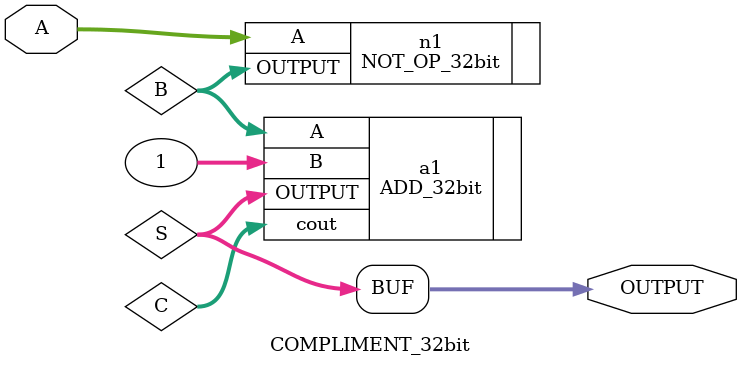
<source format=v>
`timescale 1ns / 1ps
module COMPLIMENT_32bit(
input [31:0] A,
output [31:0] OUTPUT
    );
    wire [31:0] S;
    wire [31:0] C,B;
    NOT_OP_32bit n1(.A(A),.OUTPUT(B));
    ADD_32bit a1(.A(B),.B(32'b1),.OUTPUT(S),.cout(C));
    assign OUTPUT=S;
endmodule

</source>
